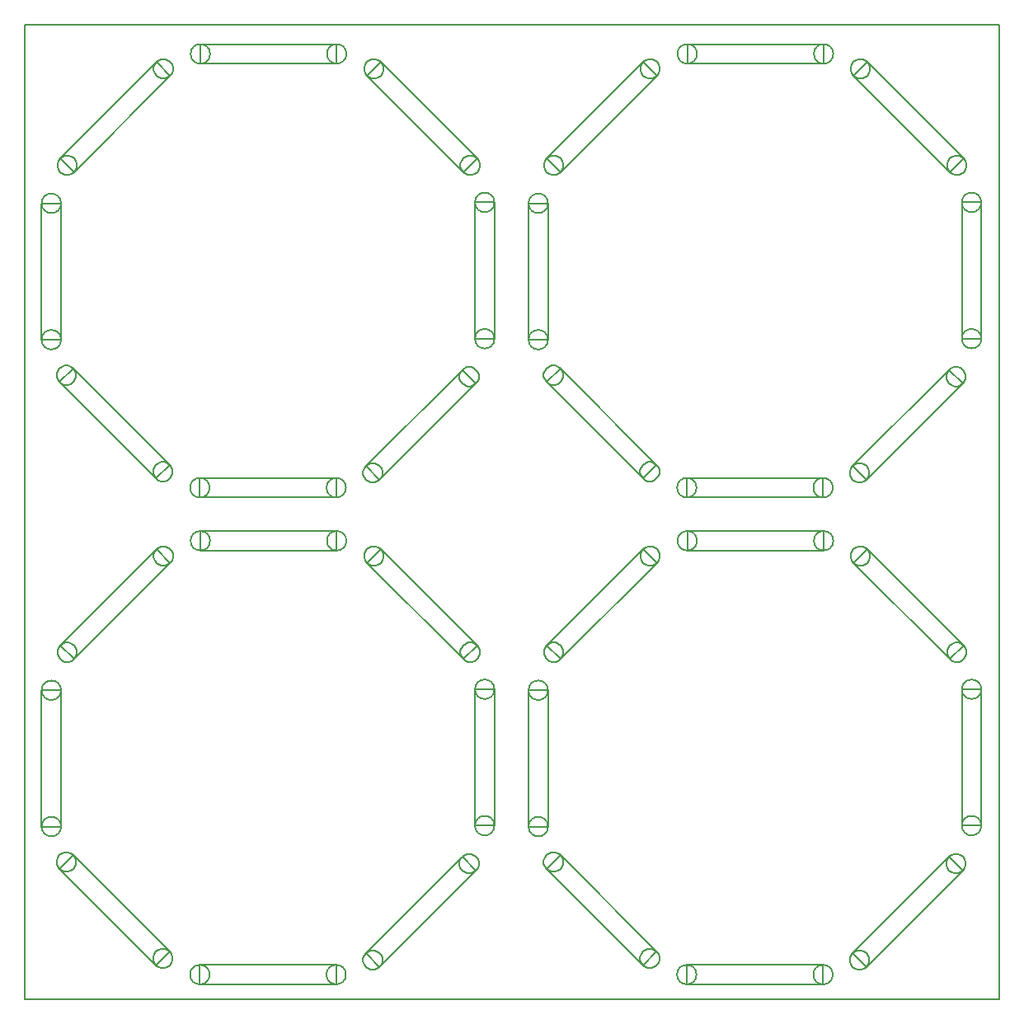
<source format=gbr>
G04 DipTrace 2.4.0.2*
%INBoardOutline.oln*%
%MOMM*%
%ADD11C,0.14*%
%FSLAX53Y53*%
G04*
G71*
G90*
G75*
G01*
%LNBoardOutline*%
%LPD*%
X0Y0D2*
D11*
X100000D1*
Y100000D1*
X0D1*
Y0D1*
X68000Y48050D2*
X82000D1*
Y46050D1*
X68000D1*
Y48050D1*
X67000Y47050D2*
G02X67000Y47050I1000J0D01*
G01*
X81000D2*
G02X81000Y47050I1000J0D01*
G01*
X55007Y34893D2*
X53593Y36307D1*
X63493Y46207D1*
X64907Y44793D1*
X55007Y34893D1*
X63493Y46207D2*
X63746Y46391D1*
X64043Y46487D1*
X64356D1*
X64654Y46391D1*
X64907Y46207D1*
X65091Y45954D1*
X65187Y45656D1*
Y45343D1*
X65091Y45046D1*
X64907Y44793D1*
X64654Y44609D1*
X64356Y44512D1*
X64043D1*
X63746Y44609D1*
X63493Y44793D1*
X63309Y45046D1*
X63212Y45343D1*
Y45656D1*
X63309Y45954D1*
X63493Y46207D1*
X53593Y36307D2*
X53846Y36491D1*
X54144Y36588D1*
X54457D1*
X54754Y36491D1*
X55007Y36307D1*
X55191Y36054D1*
X55288Y35757D1*
Y35444D1*
X55191Y35146D1*
X55007Y34893D1*
X54754Y34709D1*
X54457Y34613D1*
X54144D1*
X53846Y34709D1*
X53593Y34893D1*
X53409Y35146D1*
X53313Y35444D1*
Y35757D1*
X53409Y36054D1*
X53593Y36307D1*
X86407Y3293D2*
X84993Y4707D1*
X94893Y14607D1*
X96307Y13193D1*
X86407Y3293D1*
X94893Y14607D2*
X95146Y14791D1*
X95443Y14887D1*
X95756D1*
X96054Y14791D1*
X96307Y14607D1*
X96491Y14354D1*
X96587Y14056D1*
Y13743D1*
X96491Y13446D1*
X96307Y13193D1*
X96054Y13009D1*
X95756Y12912D1*
X95443D1*
X95146Y13009D1*
X94893Y13193D1*
X94709Y13446D1*
X94612Y13743D1*
Y14056D1*
X94709Y14354D1*
X94893Y14607D1*
X84993Y4707D2*
X85246Y4891D1*
X85544Y4988D1*
X85857D1*
X86154Y4891D1*
X86407Y4707D1*
X86591Y4454D1*
X86688Y4157D1*
Y3844D1*
X86591Y3546D1*
X86407Y3293D1*
X86154Y3109D1*
X85857Y3013D1*
X85544D1*
X85246Y3109D1*
X84993Y3293D1*
X84809Y3546D1*
X84713Y3844D1*
Y4157D1*
X84809Y4454D1*
X84993Y4707D1*
X96407Y36307D2*
X94993Y34893D1*
X85093Y44793D1*
X86507Y46207D1*
X96407Y36307D1*
X85093Y44793D2*
X84909Y45046D1*
X84813Y45343D1*
Y45656D1*
X84909Y45954D1*
X85093Y46207D1*
X85346Y46391D1*
X85644Y46487D1*
X85957D1*
X86254Y46391D1*
X86507Y46207D1*
X86691Y45954D1*
X86788Y45656D1*
Y45343D1*
X86691Y45046D1*
X86507Y44793D1*
X86254Y44609D1*
X85957Y44512D1*
X85644D1*
X85346Y44609D1*
X85093Y44793D1*
X94993Y34893D2*
X94809Y35146D1*
X94712Y35444D1*
Y35757D1*
X94809Y36054D1*
X94993Y36307D1*
X95246Y36491D1*
X95543Y36588D1*
X95856D1*
X96154Y36491D1*
X96407Y36307D1*
X96591Y36054D1*
X96687Y35757D1*
Y35444D1*
X96591Y35146D1*
X96407Y34893D1*
X96154Y34709D1*
X95856Y34613D1*
X95543D1*
X95246Y34709D1*
X94993Y34893D1*
X18000Y48050D2*
X32000D1*
Y46050D1*
X18000D1*
Y48050D1*
X17000Y47050D2*
G02X17000Y47050I1000J0D01*
G01*
X31000D2*
G02X31000Y47050I1000J0D01*
G01*
X5007Y34893D2*
X3593Y36307D1*
X13493Y46207D1*
X14907Y44793D1*
X5007Y34893D1*
X13493Y46207D2*
X13746Y46391D1*
X14043Y46487D1*
X14356D1*
X14654Y46391D1*
X14907Y46207D1*
X15091Y45954D1*
X15187Y45656D1*
Y45343D1*
X15091Y45046D1*
X14907Y44793D1*
X14654Y44609D1*
X14356Y44512D1*
X14043D1*
X13746Y44609D1*
X13493Y44793D1*
X13309Y45046D1*
X13212Y45343D1*
Y45656D1*
X13309Y45954D1*
X13493Y46207D1*
X3593Y36307D2*
X3846Y36491D1*
X4144Y36588D1*
X4457D1*
X4754Y36491D1*
X5007Y36307D1*
X5191Y36054D1*
X5288Y35757D1*
Y35444D1*
X5191Y35146D1*
X5007Y34893D1*
X4754Y34709D1*
X4457Y34613D1*
X4144D1*
X3846Y34709D1*
X3593Y34893D1*
X3409Y35146D1*
X3313Y35444D1*
Y35757D1*
X3409Y36054D1*
X3593Y36307D1*
X36407Y3293D2*
X34993Y4707D1*
X44893Y14607D1*
X46307Y13193D1*
X36407Y3293D1*
X44893Y14607D2*
X45146Y14791D1*
X45443Y14887D1*
X45756D1*
X46054Y14791D1*
X46307Y14607D1*
X46491Y14354D1*
X46587Y14056D1*
Y13743D1*
X46491Y13446D1*
X46307Y13193D1*
X46054Y13009D1*
X45756Y12912D1*
X45443D1*
X45146Y13009D1*
X44893Y13193D1*
X44709Y13446D1*
X44612Y13743D1*
Y14056D1*
X44709Y14354D1*
X44893Y14607D1*
X34993Y4707D2*
X35246Y4891D1*
X35544Y4988D1*
X35857D1*
X36154Y4891D1*
X36407Y4707D1*
X36591Y4454D1*
X36688Y4157D1*
Y3844D1*
X36591Y3546D1*
X36407Y3293D1*
X36154Y3109D1*
X35857Y3013D1*
X35544D1*
X35246Y3109D1*
X34993Y3293D1*
X34809Y3546D1*
X34713Y3844D1*
Y4157D1*
X34809Y4454D1*
X34993Y4707D1*
X46407Y36307D2*
X44993Y34893D1*
X35093Y44793D1*
X36507Y46207D1*
X46407Y36307D1*
X35093Y44793D2*
X34909Y45046D1*
X34813Y45343D1*
Y45656D1*
X34909Y45954D1*
X35093Y46207D1*
X35346Y46391D1*
X35644Y46487D1*
X35957D1*
X36254Y46391D1*
X36507Y46207D1*
X36691Y45954D1*
X36788Y45656D1*
Y45343D1*
X36691Y45046D1*
X36507Y44793D1*
X36254Y44609D1*
X35957Y44512D1*
X35644D1*
X35346Y44609D1*
X35093Y44793D1*
X44993Y34893D2*
X44809Y35146D1*
X44712Y35444D1*
Y35757D1*
X44809Y36054D1*
X44993Y36307D1*
X45246Y36491D1*
X45543Y36588D1*
X45856D1*
X46154Y36491D1*
X46407Y36307D1*
X46591Y36054D1*
X46687Y35757D1*
Y35444D1*
X46591Y35146D1*
X46407Y34893D1*
X46154Y34709D1*
X45856Y34613D1*
X45543D1*
X45246Y34709D1*
X44993Y34893D1*
X14857Y4857D2*
X13443Y3443D1*
X3543Y13343D1*
X4957Y14757D1*
X14857Y4857D1*
X3543Y13343D2*
X3359Y13596D1*
X3263Y13893D1*
Y14206D1*
X3359Y14504D1*
X3543Y14757D1*
X3796Y14941D1*
X4094Y15037D1*
X4407D1*
X4704Y14941D1*
X4957Y14757D1*
X5141Y14504D1*
X5238Y14206D1*
Y13893D1*
X5141Y13596D1*
X4957Y13343D1*
X4704Y13159D1*
X4407Y13062D1*
X4094D1*
X3796Y13159D1*
X3543Y13343D1*
X13443Y3443D2*
X13259Y3696D1*
X13162Y3994D1*
Y4307D1*
X13259Y4604D1*
X13443Y4857D1*
X13696Y5041D1*
X13993Y5138D1*
X14306D1*
X14604Y5041D1*
X14857Y4857D1*
X15041Y4604D1*
X15137Y4307D1*
Y3994D1*
X15041Y3696D1*
X14857Y3443D1*
X14604Y3259D1*
X14306Y3163D1*
X13993D1*
X13696Y3259D1*
X13443Y3443D1*
X17950Y3500D2*
X31950D1*
Y1500D1*
X17950D1*
Y3500D1*
X16950Y2500D2*
G02X16950Y2500I1000J0D01*
G01*
X30950D2*
G02X30950Y2500I1000J0D01*
G01*
X1700Y31700D2*
X3700D1*
Y17700D1*
X1700D1*
Y31700D1*
Y17700D2*
G02X1700Y17700I1000J0D01*
G01*
Y31700D2*
G02X1700Y31700I1000J0D01*
G01*
X46200Y31800D2*
X48200D1*
Y17800D1*
X46200D1*
Y31800D1*
Y17800D2*
G02X46200Y17800I1000J0D01*
G01*
Y31800D2*
G02X46200Y31800I1000J0D01*
G01*
X64857Y4857D2*
X63443Y3443D1*
X53543Y13343D1*
X54957Y14757D1*
X64857Y4857D1*
X53543Y13343D2*
X53359Y13596D1*
X53263Y13893D1*
Y14206D1*
X53359Y14504D1*
X53543Y14757D1*
X53796Y14941D1*
X54094Y15037D1*
X54407D1*
X54704Y14941D1*
X54957Y14757D1*
X55141Y14504D1*
X55238Y14206D1*
Y13893D1*
X55141Y13596D1*
X54957Y13343D1*
X54704Y13159D1*
X54407Y13062D1*
X54094D1*
X53796Y13159D1*
X53543Y13343D1*
X63443Y3443D2*
X63259Y3696D1*
X63162Y3994D1*
Y4307D1*
X63259Y4604D1*
X63443Y4857D1*
X63696Y5041D1*
X63993Y5138D1*
X64306D1*
X64604Y5041D1*
X64857Y4857D1*
X65041Y4604D1*
X65137Y4307D1*
Y3994D1*
X65041Y3696D1*
X64857Y3443D1*
X64604Y3259D1*
X64306Y3163D1*
X63993D1*
X63696Y3259D1*
X63443Y3443D1*
X67950Y3500D2*
X81950D1*
Y1500D1*
X67950D1*
Y3500D1*
X66950Y2500D2*
G02X66950Y2500I1000J0D01*
G01*
X80950D2*
G02X80950Y2500I1000J0D01*
G01*
X51700Y31700D2*
X53700D1*
Y17700D1*
X51700D1*
Y31700D1*
Y17700D2*
G02X51700Y17700I1000J0D01*
G01*
Y31700D2*
G02X51700Y31700I1000J0D01*
G01*
X96200Y31800D2*
X98200D1*
Y17800D1*
X96200D1*
Y31800D1*
Y17800D2*
G02X96200Y17800I1000J0D01*
G01*
Y31800D2*
G02X96200Y31800I1000J0D01*
G01*
X68000Y98050D2*
X82000D1*
Y96050D1*
X68000D1*
Y98050D1*
X67000Y97050D2*
G02X67000Y97050I1000J0D01*
G01*
X81000D2*
G02X81000Y97050I1000J0D01*
G01*
X55007Y84893D2*
X53593Y86307D1*
X63493Y96207D1*
X64907Y94793D1*
X55007Y84893D1*
X63493Y96207D2*
X63746Y96391D1*
X64043Y96487D1*
X64356D1*
X64654Y96391D1*
X64907Y96207D1*
X65091Y95954D1*
X65187Y95656D1*
Y95343D1*
X65091Y95046D1*
X64907Y94793D1*
X64654Y94609D1*
X64356Y94512D1*
X64043D1*
X63746Y94609D1*
X63493Y94793D1*
X63309Y95046D1*
X63212Y95343D1*
Y95656D1*
X63309Y95954D1*
X63493Y96207D1*
X53593Y86307D2*
X53846Y86491D1*
X54144Y86588D1*
X54457D1*
X54754Y86491D1*
X55007Y86307D1*
X55191Y86054D1*
X55288Y85757D1*
Y85444D1*
X55191Y85146D1*
X55007Y84893D1*
X54754Y84709D1*
X54457Y84613D1*
X54144D1*
X53846Y84709D1*
X53593Y84893D1*
X53409Y85146D1*
X53313Y85444D1*
Y85757D1*
X53409Y86054D1*
X53593Y86307D1*
X86407Y53293D2*
X84993Y54707D1*
X94893Y64607D1*
X96307Y63193D1*
X86407Y53293D1*
X94893Y64607D2*
X95146Y64791D1*
X95443Y64887D1*
X95756D1*
X96054Y64791D1*
X96307Y64607D1*
X96491Y64354D1*
X96587Y64056D1*
Y63743D1*
X96491Y63446D1*
X96307Y63193D1*
X96054Y63009D1*
X95756Y62912D1*
X95443D1*
X95146Y63009D1*
X94893Y63193D1*
X94709Y63446D1*
X94612Y63743D1*
Y64056D1*
X94709Y64354D1*
X94893Y64607D1*
X84993Y54707D2*
X85246Y54891D1*
X85544Y54988D1*
X85857D1*
X86154Y54891D1*
X86407Y54707D1*
X86591Y54454D1*
X86688Y54157D1*
Y53844D1*
X86591Y53546D1*
X86407Y53293D1*
X86154Y53109D1*
X85857Y53013D1*
X85544D1*
X85246Y53109D1*
X84993Y53293D1*
X84809Y53546D1*
X84713Y53844D1*
Y54157D1*
X84809Y54454D1*
X84993Y54707D1*
X96407Y86307D2*
X94993Y84893D1*
X85093Y94793D1*
X86507Y96207D1*
X96407Y86307D1*
X85093Y94793D2*
X84909Y95046D1*
X84813Y95343D1*
Y95656D1*
X84909Y95954D1*
X85093Y96207D1*
X85346Y96391D1*
X85644Y96487D1*
X85957D1*
X86254Y96391D1*
X86507Y96207D1*
X86691Y95954D1*
X86788Y95656D1*
Y95343D1*
X86691Y95046D1*
X86507Y94793D1*
X86254Y94609D1*
X85957Y94512D1*
X85644D1*
X85346Y94609D1*
X85093Y94793D1*
X94993Y84893D2*
X94809Y85146D1*
X94712Y85444D1*
Y85757D1*
X94809Y86054D1*
X94993Y86307D1*
X95246Y86491D1*
X95543Y86588D1*
X95856D1*
X96154Y86491D1*
X96407Y86307D1*
X96591Y86054D1*
X96687Y85757D1*
Y85444D1*
X96591Y85146D1*
X96407Y84893D1*
X96154Y84709D1*
X95856Y84613D1*
X95543D1*
X95246Y84709D1*
X94993Y84893D1*
X64857Y54857D2*
X63443Y53443D1*
X53543Y63343D1*
X54957Y64757D1*
X64857Y54857D1*
X53543Y63343D2*
X53359Y63596D1*
X53263Y63893D1*
Y64206D1*
X53359Y64504D1*
X53543Y64757D1*
X53796Y64941D1*
X54094Y65037D1*
X54407D1*
X54704Y64941D1*
X54957Y64757D1*
X55141Y64504D1*
X55238Y64206D1*
Y63893D1*
X55141Y63596D1*
X54957Y63343D1*
X54704Y63159D1*
X54407Y63062D1*
X54094D1*
X53796Y63159D1*
X53543Y63343D1*
X63443Y53443D2*
X63259Y53696D1*
X63162Y53994D1*
Y54307D1*
X63259Y54604D1*
X63443Y54857D1*
X63696Y55041D1*
X63993Y55138D1*
X64306D1*
X64604Y55041D1*
X64857Y54857D1*
X65041Y54604D1*
X65137Y54307D1*
Y53994D1*
X65041Y53696D1*
X64857Y53443D1*
X64604Y53259D1*
X64306Y53163D1*
X63993D1*
X63696Y53259D1*
X63443Y53443D1*
X67950Y53500D2*
X81950D1*
Y51500D1*
X67950D1*
Y53500D1*
X66950Y52500D2*
G02X66950Y52500I1000J0D01*
G01*
X80950D2*
G02X80950Y52500I1000J0D01*
G01*
X51700Y81700D2*
X53700D1*
Y67700D1*
X51700D1*
Y81700D1*
Y67700D2*
G02X51700Y67700I1000J0D01*
G01*
Y81700D2*
G02X51700Y81700I1000J0D01*
G01*
X96200Y81800D2*
X98200D1*
Y67800D1*
X96200D1*
Y81800D1*
Y67800D2*
G02X96200Y67800I1000J0D01*
G01*
Y81800D2*
G02X96200Y81800I1000J0D01*
G01*
X18000Y98050D2*
X32000D1*
Y96050D1*
X18000D1*
Y98050D1*
X17000Y97050D2*
G02X17000Y97050I1000J0D01*
G01*
X31000D2*
G02X31000Y97050I1000J0D01*
G01*
X5007Y84893D2*
X3593Y86307D1*
X13493Y96207D1*
X14907Y94793D1*
X5007Y84893D1*
X13493Y96207D2*
X13746Y96391D1*
X14043Y96487D1*
X14356D1*
X14654Y96391D1*
X14907Y96207D1*
X15091Y95954D1*
X15187Y95656D1*
Y95343D1*
X15091Y95046D1*
X14907Y94793D1*
X14654Y94609D1*
X14356Y94512D1*
X14043D1*
X13746Y94609D1*
X13493Y94793D1*
X13309Y95046D1*
X13212Y95343D1*
Y95656D1*
X13309Y95954D1*
X13493Y96207D1*
X3593Y86307D2*
X3846Y86491D1*
X4144Y86588D1*
X4457D1*
X4754Y86491D1*
X5007Y86307D1*
X5191Y86054D1*
X5288Y85757D1*
Y85444D1*
X5191Y85146D1*
X5007Y84893D1*
X4754Y84709D1*
X4457Y84613D1*
X4144D1*
X3846Y84709D1*
X3593Y84893D1*
X3409Y85146D1*
X3313Y85444D1*
Y85757D1*
X3409Y86054D1*
X3593Y86307D1*
X36407Y53293D2*
X34993Y54707D1*
X44893Y64607D1*
X46307Y63193D1*
X36407Y53293D1*
X44893Y64607D2*
X45146Y64791D1*
X45443Y64887D1*
X45756D1*
X46054Y64791D1*
X46307Y64607D1*
X46491Y64354D1*
X46587Y64056D1*
Y63743D1*
X46491Y63446D1*
X46307Y63193D1*
X46054Y63009D1*
X45756Y62912D1*
X45443D1*
X45146Y63009D1*
X44893Y63193D1*
X44709Y63446D1*
X44612Y63743D1*
Y64056D1*
X44709Y64354D1*
X44893Y64607D1*
X34993Y54707D2*
X35246Y54891D1*
X35544Y54988D1*
X35857D1*
X36154Y54891D1*
X36407Y54707D1*
X36591Y54454D1*
X36688Y54157D1*
Y53844D1*
X36591Y53546D1*
X36407Y53293D1*
X36154Y53109D1*
X35857Y53013D1*
X35544D1*
X35246Y53109D1*
X34993Y53293D1*
X34809Y53546D1*
X34713Y53844D1*
Y54157D1*
X34809Y54454D1*
X34993Y54707D1*
X46407Y86307D2*
X44993Y84893D1*
X35093Y94793D1*
X36507Y96207D1*
X46407Y86307D1*
X35093Y94793D2*
X34909Y95046D1*
X34813Y95343D1*
Y95656D1*
X34909Y95954D1*
X35093Y96207D1*
X35346Y96391D1*
X35644Y96487D1*
X35957D1*
X36254Y96391D1*
X36507Y96207D1*
X36691Y95954D1*
X36788Y95656D1*
Y95343D1*
X36691Y95046D1*
X36507Y94793D1*
X36254Y94609D1*
X35957Y94512D1*
X35644D1*
X35346Y94609D1*
X35093Y94793D1*
X44993Y84893D2*
X44809Y85146D1*
X44712Y85444D1*
Y85757D1*
X44809Y86054D1*
X44993Y86307D1*
X45246Y86491D1*
X45543Y86588D1*
X45856D1*
X46154Y86491D1*
X46407Y86307D1*
X46591Y86054D1*
X46687Y85757D1*
Y85444D1*
X46591Y85146D1*
X46407Y84893D1*
X46154Y84709D1*
X45856Y84613D1*
X45543D1*
X45246Y84709D1*
X44993Y84893D1*
X14857Y54857D2*
X13443Y53443D1*
X3543Y63343D1*
X4957Y64757D1*
X14857Y54857D1*
X3543Y63343D2*
X3359Y63596D1*
X3263Y63893D1*
Y64206D1*
X3359Y64504D1*
X3543Y64757D1*
X3796Y64941D1*
X4094Y65037D1*
X4407D1*
X4704Y64941D1*
X4957Y64757D1*
X5141Y64504D1*
X5238Y64206D1*
Y63893D1*
X5141Y63596D1*
X4957Y63343D1*
X4704Y63159D1*
X4407Y63062D1*
X4094D1*
X3796Y63159D1*
X3543Y63343D1*
X13443Y53443D2*
X13259Y53696D1*
X13162Y53994D1*
Y54307D1*
X13259Y54604D1*
X13443Y54857D1*
X13696Y55041D1*
X13993Y55138D1*
X14306D1*
X14604Y55041D1*
X14857Y54857D1*
X15041Y54604D1*
X15137Y54307D1*
Y53994D1*
X15041Y53696D1*
X14857Y53443D1*
X14604Y53259D1*
X14306Y53163D1*
X13993D1*
X13696Y53259D1*
X13443Y53443D1*
X17950Y53500D2*
X31950D1*
Y51500D1*
X17950D1*
Y53500D1*
X16950Y52500D2*
G02X16950Y52500I1000J0D01*
G01*
X30950D2*
G02X30950Y52500I1000J0D01*
G01*
X1700Y81700D2*
X3700D1*
Y67700D1*
X1700D1*
Y81700D1*
Y67700D2*
G02X1700Y67700I1000J0D01*
G01*
Y81700D2*
G02X1700Y81700I1000J0D01*
G01*
X46200Y81800D2*
X48200D1*
Y67800D1*
X46200D1*
Y81800D1*
Y67800D2*
G02X46200Y67800I1000J0D01*
G01*
Y81800D2*
G02X46200Y81800I1000J0D01*
G01*
M02*

</source>
